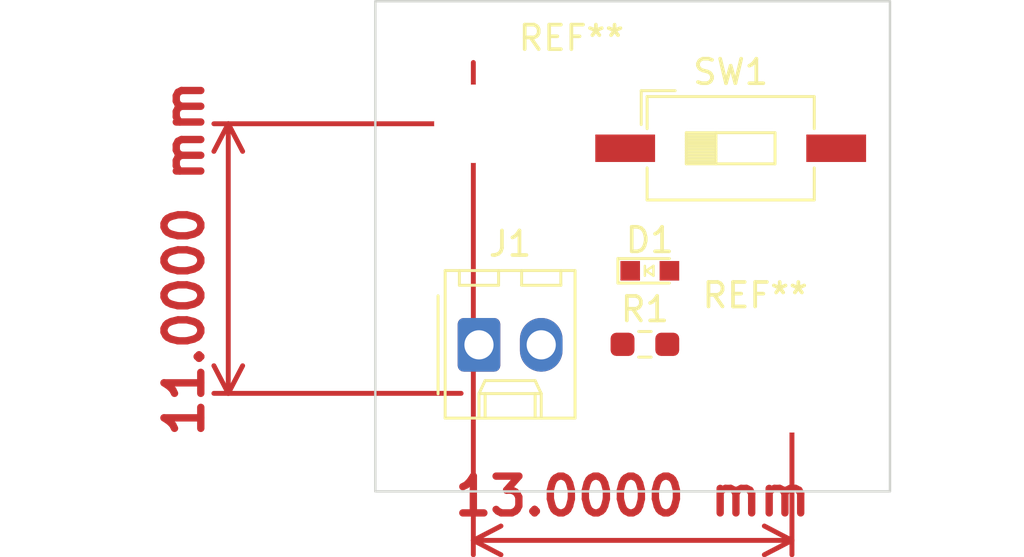
<source format=kicad_pcb>
(kicad_pcb (version 20240108) (generator "pcbnew") (generator_version "8.0")
  (title_block (title "LED Project 1") (date "2024-09-18") (rev "1.0") (company "Illini Solar Car") (comment 1 "Designed By: Eunsol Lee"))
  (layers (0 "F.Cu" signal) (31 "B.Cu" signal) (34 "B.Paste" user) (35 "F.Paste" user) (36 "B.SilkS" user "B.Silkscreen") (37 "F.SilkS" user "F.Silkscreen") (38 "B.Mask" user) (39 "F.Mask" user) (44 "Edge.Cuts" user))
  (net 0 "")
  (net 1 "Net-(D1-A)")
  (net 2 "Net-(D1-K)")
  (net 3 "+3V3")
  (net 4 "GND")
  (footprint "MountingHole:MountingHole_3.2mm_M3" (layer "F.Cu") (at 131 92)
    (property "Reference" "REF**" (at -1.5 -4 0) (layer "F.SilkS"))
    (property "Value" "MountingHole_3.2mm_M3")
    (pad "" np_thru_hole circle (at 0 0) (size 3.2 3.2) (drill 3.2) (layers "*.Cu" "*.Mask"))
  )
  (footprint "Connector_Molex:Molex_KK-254_AE-6410-02A_1x02_P2.54mm_Vertical" (layer "F.Cu") (at 118.23 90.02)
    (property "Reference" "J1" (at 1.27 -4.12 0) (layer "F.SilkS"))
    (property "Value" "Conn_01x02")
    (fp_line (start -1.67 -2) (end -1.67 2) (stroke (width 0.12)) (layer "F.SilkS"))
    (fp_line (start -1.38 -3.03) (end -1.38 2.99) (stroke (width 0.12)) (layer "F.SilkS"))
    (fp_line (start -1.38 2.99) (end 3.92 2.99) (stroke (width 0.12)) (layer "F.SilkS"))
    (fp_line (start -0.8 -3.03) (end -0.8 -2.43) (stroke (width 0.12)) (layer "F.SilkS"))
    (fp_line (start -0.8 -2.43) (end 0.8 -2.43) (stroke (width 0.12)) (layer "F.SilkS"))
    (fp_line (start 0 1.99) (end 0.25 1.46) (stroke (width 0.12)) (layer "F.SilkS"))
    (fp_line (start 0 1.99) (end 2.54 1.99) (stroke (width 0.12)) (layer "F.SilkS"))
    (fp_line (start 0 2.99) (end 0 1.99) (stroke (width 0.12)) (layer "F.SilkS"))
    (fp_line (start 0.25 1.46) (end 2.29 1.46) (stroke (width 0.12)) (layer "F.SilkS"))
    (fp_line (start 0.25 2.99) (end 0.25 1.99) (stroke (width 0.12)) (layer "F.SilkS"))
    (fp_line (start 0.8 -2.43) (end 0.8 -3.03) (stroke (width 0.12)) (layer "F.SilkS"))
    (fp_line (start 1.74 -3.03) (end 1.74 -2.43) (stroke (width 0.12)) (layer "F.SilkS"))
    (fp_line (start 1.74 -2.43) (end 3.34 -2.43) (stroke (width 0.12)) (layer "F.SilkS"))
    (fp_line (start 2.29 1.46) (end 2.54 1.99) (stroke (width 0.12)) (layer "F.SilkS"))
    (fp_line (start 2.29 2.99) (end 2.29 1.99) (stroke (width 0.12)) (layer "F.SilkS"))
    (fp_line (start 2.54 1.99) (end 2.54 2.99) (stroke (width 0.12)) (layer "F.SilkS"))
    (fp_line (start 3.34 -2.43) (end 3.34 -3.03) (stroke (width 0.12)) (layer "F.SilkS"))
    (fp_line (start 3.92 -3.03) (end -1.38 -3.03) (stroke (width 0.12)) (layer "F.SilkS"))
    (fp_line (start 3.92 2.99) (end 3.92 -3.03) (stroke (width 0.12)) (layer "F.SilkS"))
    (pad "1" thru_hole roundrect (at 0 0) (size 1.74 2.19) (drill 1.19) (layers "*.Cu" "*.Mask") (roundrect_rratio 0.143678) (net 4 "GND"))
    (pad "2" thru_hole oval (at 2.54 0) (size 1.74 2.19) (drill 1.19) (layers "*.Cu" "*.Mask") (net 3 "+3V3"))
  )
  (footprint "Resistor_SMD:R_0603_1608Metric_Pad0.98x0.95mm_HandSolder" (layer "F.Cu") (at 125 90)
    (property "Reference" "R1" (at 0 -1.43 0) (layer "F.SilkS"))
    (property "Value" "105")
    (fp_line (start -0.254724 -0.5225) (end 0.254724 -0.5225) (stroke (width 0.12)) (layer "F.SilkS"))
    (fp_line (start -0.254724 0.5225) (end 0.254724 0.5225) (stroke (width 0.12)) (layer "F.SilkS"))
    (pad "1" smd roundrect (at -0.9125 0) (size 0.975 0.95) (layers "F.Cu" "F.Paste" "F.Mask") (net 3 "+3V3"))
    (pad "2" smd roundrect (at 0.9125 0) (size 0.975 0.95) (layers "F.Cu" "F.Paste" "F.Mask") (net 1 "Net-(D1-A)"))
  )
  (footprint "MountingHole:MountingHole_3.2mm_M3" (layer "F.Cu") (at 118 81)
    (property "Reference" "REF**" (at 4 -3.5 0) (layer "F.SilkS"))
    (property "Value" "MountingHole_3.2mm_M3")
    (pad "" np_thru_hole circle (at 0 0) (size 3.2 3.2) (drill 3.2) (layers "*.Cu" "*.Mask"))
  )
  (footprint "Button_Switch_SMD:SW_DIP_SPSTx01_Slide_6.7x4.1mm_W8.61mm_P2.54mm_LowProfile" (layer "F.Cu") (at 128.5 82)
    (property "Reference" "SW1" (at 0 -3.11 0) (layer "F.SilkS"))
    (property "Value" "SW_Push")
    (fp_line (start -3.65 -2.35) (end -3.65 -0.967) (stroke (width 0.12)) (layer "F.SilkS"))
    (fp_line (start -3.65 -2.35) (end -2.267 -2.35) (stroke (width 0.12)) (layer "F.SilkS"))
    (fp_line (start -3.41 -2.11) (end -3.41 -0.8) (stroke (width 0.12)) (layer "F.SilkS"))
    (fp_line (start -3.41 -2.11) (end 3.41 -2.11) (stroke (width 0.12)) (layer "F.SilkS"))
    (fp_line (start -3.41 0.8) (end -3.41 2.11) (stroke (width 0.12)) (layer "F.SilkS"))
    (fp_line (start -3.41 2.11) (end 3.41 2.11) (stroke (width 0.12)) (layer "F.SilkS"))
    (fp_line (start -1.81 -0.635) (end -1.81 0.635) (stroke (width 0.12)) (layer "F.SilkS"))
    (fp_line (start -1.81 -0.515) (end -0.603333 -0.515) (stroke (width 0.12)) (layer "F.SilkS"))
    (fp_line (start -1.81 -0.395) (end -0.603333 -0.395) (stroke (width 0.12)) (layer "F.SilkS"))
    (fp_line (start -1.81 -0.275) (end -0.603333 -0.275) (stroke (width 0.12)) (layer "F.SilkS"))
    (fp_line (start -1.81 -0.155) (end -0.603333 -0.155) (stroke (width 0.12)) (layer "F.SilkS"))
    (fp_line (start -1.81 -0.035) (end -0.603333 -0.035) (stroke (width 0.12)) (layer "F.SilkS"))
    (fp_line (start -1.81 0.085) (end -0.603333 0.085) (stroke (width 0.12)) (layer "F.SilkS"))
    (fp_line (start -1.81 0.205) (end -0.603333 0.205) (stroke (width 0.12)) (layer "F.SilkS"))
    (fp_line (start -1.81 0.325) (end -0.603333 0.325) (stroke (width 0.12)) (layer "F.SilkS"))
    (fp_line (start -1.81 0.445) (end -0.603333 0.445) (stroke (width 0.12)) (layer "F.SilkS"))
    (fp_line (start -1.81 0.565) (end -0.603333 0.565) (stroke (width 0.12)) (layer "F.SilkS"))
    (fp_line (start -1.81 0.635) (end 1.81 0.635) (stroke (width 0.12)) (layer "F.SilkS"))
    (fp_line (start -0.603333 -0.635) (end -0.603333 0.635) (stroke (width 0.12)) (layer "F.SilkS"))
    (fp_line (start 1.81 -0.635) (end -1.81 -0.635) (stroke (width 0.12)) (layer "F.SilkS"))
    (fp_line (start 1.81 0.635) (end 1.81 -0.635) (stroke (width 0.12)) (layer "F.SilkS"))
    (fp_line (start 3.41 -2.11) (end 3.41 -0.8) (stroke (width 0.12)) (layer "F.SilkS"))
    (fp_line (start 3.41 0.8) (end 3.41 2.11) (stroke (width 0.12)) (layer "F.SilkS"))
    (pad "1" smd rect (at -4.305 0) (size 2.44 1.12) (layers "F.Cu" "F.Paste" "F.Mask") (net 4 "GND"))
    (pad "2" smd rect (at 4.305 0) (size 2.44 1.12) (layers "F.Cu" "F.Paste" "F.Mask") (net 2 "Net-(D1-K)"))
  )
  (footprint "layout:LED_0603_Symbol_on_F.SilkS" (layer "F.Cu") (at 125.2 87)
    (property "Reference" "D1" (at 0 -1.25 0) (layer "F.SilkS"))
    (property "Value" "LED_GRN")
    (fp_line (start -1.3 -0.5) (end -1.3 0.5) (stroke (width 0.12)) (layer "F.SilkS"))
    (fp_line (start -1.3 -0.5) (end 0.8 -0.5) (stroke (width 0.12)) (layer "F.SilkS"))
    (fp_line (start -1.3 0.5) (end 0.8 0.5) (stroke (width 0.12)) (layer "F.SilkS"))
    (fp_line (start -0.2 -0.2) (end -0.2 0.2) (stroke (width 0.1)) (layer "F.SilkS"))
    (fp_line (start -0.15 0) (end 0.15 -0.2) (stroke (width 0.1)) (layer "F.SilkS"))
    (fp_line (start 0.15 -0.2) (end 0.15 0.2) (stroke (width 0.1)) (layer "F.SilkS"))
    (fp_line (start 0.15 0.2) (end -0.15 0) (stroke (width 0.1)) (layer "F.SilkS"))
    (pad "1" smd rect (at -0.8 0 180) (size 0.8 0.8) (layers "F.Cu" "F.Paste" "F.Mask") (net 2 "Net-(D1-K)"))
    (pad "2" smd rect (at 0.8 0 180) (size 0.8 0.8) (layers "F.Cu" "F.Paste" "F.Mask") (net 1 "Net-(D1-A)"))
  )
  (gr_poly (pts (xy 114 76) (xy 135 76) (xy 135 96) (xy 114 96)) (stroke (width 0.1)) (fill none) (layer "Edge.Cuts"))
  (dimension (type orthogonal) (layer "F.Cu") (pts (xy 131 91) (xy 118 78)) (height 7) (orientation 0) (gr_text "13.0000 mm" (at 124.5 96.2 0) (layer "F.Cu") (effects (font (size 1.5 1.5) (thickness 0.3)))) (format (prefix "") (suffix "") (units 3) (units_format 1) (precision 4)) (style (thickness 0.2) (arrow_length 1.27) (text_position_mode 0) (extension_height 0.58642) (extension_offset 0.5) keep_text_aligned))
  (dimension (type orthogonal) (layer "F.Cu") (pts (xy 118 81) (xy 118 92)) (height -10) (orientation 1) (gr_text "11.0000 mm" (at 106.2 86.5 90) (layer "F.Cu") (effects (font (size 1.5 1.5) (thickness 0.3)))) (format (prefix "") (suffix "") (units 3) (units_format 1) (precision 4)) (style (thickness 0.2) (arrow_length 1.27) (text_position_mode 0) (extension_height 0.58642) (extension_offset 0.5) keep_text_aligned))
)
</source>
